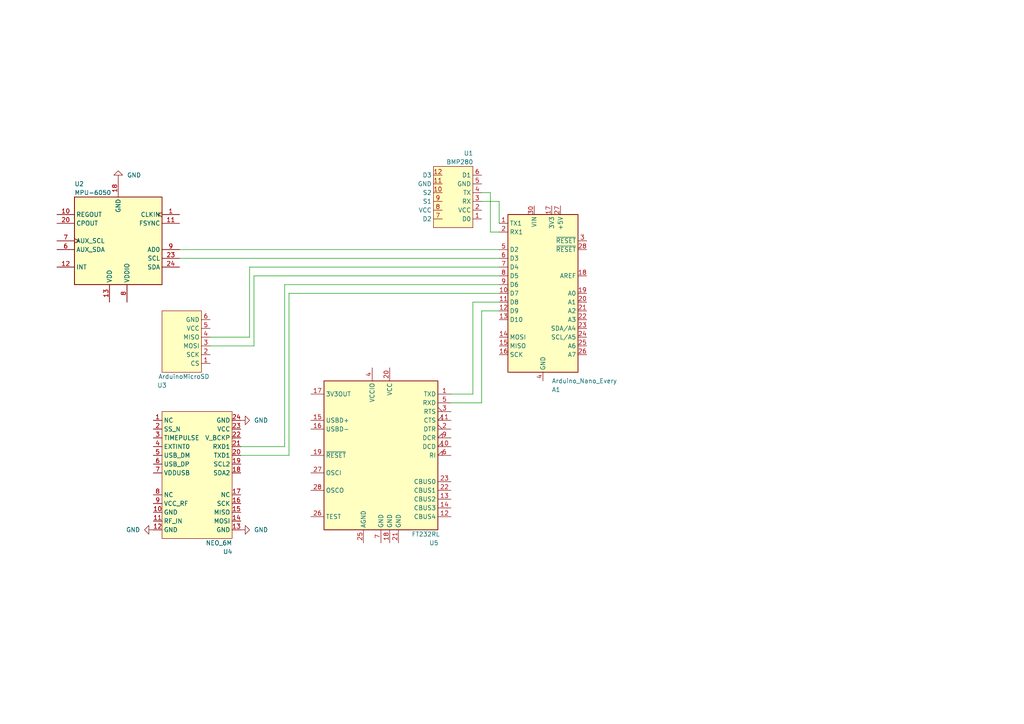
<source format=kicad_sch>
(kicad_sch (version 20211123) (generator eeschema)

  (uuid 3934cdea-42c8-4ab1-b1be-2c4978ab08ae)

  (paper "A4")

  (lib_symbols
    (symbol "Interface_USB:FT232RL" (in_bom yes) (on_board yes)
      (property "Reference" "U" (id 0) (at -16.51 22.86 0)
        (effects (font (size 1.27 1.27)) (justify left))
      )
      (property "Value" "FT232RL" (id 1) (at 10.16 22.86 0)
        (effects (font (size 1.27 1.27)) (justify left))
      )
      (property "Footprint" "Package_SO:SSOP-28_5.3x10.2mm_P0.65mm" (id 2) (at 27.94 -22.86 0)
        (effects (font (size 1.27 1.27)) hide)
      )
      (property "Datasheet" "https://www.ftdichip.com/Support/Documents/DataSheets/ICs/DS_FT232R.pdf" (id 3) (at 0 0 0)
        (effects (font (size 1.27 1.27)) hide)
      )
      (property "ki_keywords" "FTDI USB Serial" (id 4) (at 0 0 0)
        (effects (font (size 1.27 1.27)) hide)
      )
      (property "ki_description" "USB to Serial Interface, SSOP-28" (id 5) (at 0 0 0)
        (effects (font (size 1.27 1.27)) hide)
      )
      (property "ki_fp_filters" "SSOP*5.3x10.2mm*P0.65mm*" (id 6) (at 0 0 0)
        (effects (font (size 1.27 1.27)) hide)
      )
      (symbol "FT232RL_0_1"
        (rectangle (start -16.51 21.59) (end 16.51 -21.59)
          (stroke (width 0.254) (type default) (color 0 0 0 0))
          (fill (type background))
        )
      )
      (symbol "FT232RL_1_1"
        (pin output line (at 20.32 17.78 180) (length 3.81)
          (name "TXD" (effects (font (size 1.27 1.27))))
          (number "1" (effects (font (size 1.27 1.27))))
        )
        (pin input input_low (at 20.32 2.54 180) (length 3.81)
          (name "DCD" (effects (font (size 1.27 1.27))))
          (number "10" (effects (font (size 1.27 1.27))))
        )
        (pin input input_low (at 20.32 10.16 180) (length 3.81)
          (name "CTS" (effects (font (size 1.27 1.27))))
          (number "11" (effects (font (size 1.27 1.27))))
        )
        (pin bidirectional line (at 20.32 -17.78 180) (length 3.81)
          (name "CBUS4" (effects (font (size 1.27 1.27))))
          (number "12" (effects (font (size 1.27 1.27))))
        )
        (pin bidirectional line (at 20.32 -12.7 180) (length 3.81)
          (name "CBUS2" (effects (font (size 1.27 1.27))))
          (number "13" (effects (font (size 1.27 1.27))))
        )
        (pin bidirectional line (at 20.32 -15.24 180) (length 3.81)
          (name "CBUS3" (effects (font (size 1.27 1.27))))
          (number "14" (effects (font (size 1.27 1.27))))
        )
        (pin bidirectional line (at -20.32 10.16 0) (length 3.81)
          (name "USBD+" (effects (font (size 1.27 1.27))))
          (number "15" (effects (font (size 1.27 1.27))))
        )
        (pin bidirectional line (at -20.32 7.62 0) (length 3.81)
          (name "USBD-" (effects (font (size 1.27 1.27))))
          (number "16" (effects (font (size 1.27 1.27))))
        )
        (pin power_out line (at -20.32 17.78 0) (length 3.81)
          (name "3V3OUT" (effects (font (size 1.27 1.27))))
          (number "17" (effects (font (size 1.27 1.27))))
        )
        (pin power_in line (at 2.54 -25.4 90) (length 3.81)
          (name "GND" (effects (font (size 1.27 1.27))))
          (number "18" (effects (font (size 1.27 1.27))))
        )
        (pin input line (at -20.32 0 0) (length 3.81)
          (name "~{RESET}" (effects (font (size 1.27 1.27))))
          (number "19" (effects (font (size 1.27 1.27))))
        )
        (pin output output_low (at 20.32 7.62 180) (length 3.81)
          (name "DTR" (effects (font (size 1.27 1.27))))
          (number "2" (effects (font (size 1.27 1.27))))
        )
        (pin power_in line (at 2.54 25.4 270) (length 3.81)
          (name "VCC" (effects (font (size 1.27 1.27))))
          (number "20" (effects (font (size 1.27 1.27))))
        )
        (pin power_in line (at 5.08 -25.4 90) (length 3.81)
          (name "GND" (effects (font (size 1.27 1.27))))
          (number "21" (effects (font (size 1.27 1.27))))
        )
        (pin bidirectional line (at 20.32 -10.16 180) (length 3.81)
          (name "CBUS1" (effects (font (size 1.27 1.27))))
          (number "22" (effects (font (size 1.27 1.27))))
        )
        (pin bidirectional line (at 20.32 -7.62 180) (length 3.81)
          (name "CBUS0" (effects (font (size 1.27 1.27))))
          (number "23" (effects (font (size 1.27 1.27))))
        )
        (pin power_in line (at -5.08 -25.4 90) (length 3.81)
          (name "AGND" (effects (font (size 1.27 1.27))))
          (number "25" (effects (font (size 1.27 1.27))))
        )
        (pin input line (at -20.32 -17.78 0) (length 3.81)
          (name "TEST" (effects (font (size 1.27 1.27))))
          (number "26" (effects (font (size 1.27 1.27))))
        )
        (pin input line (at -20.32 -5.08 0) (length 3.81)
          (name "OSCI" (effects (font (size 1.27 1.27))))
          (number "27" (effects (font (size 1.27 1.27))))
        )
        (pin output line (at -20.32 -10.16 0) (length 3.81)
          (name "OSCO" (effects (font (size 1.27 1.27))))
          (number "28" (effects (font (size 1.27 1.27))))
        )
        (pin output output_low (at 20.32 12.7 180) (length 3.81)
          (name "RTS" (effects (font (size 1.27 1.27))))
          (number "3" (effects (font (size 1.27 1.27))))
        )
        (pin power_in line (at -2.54 25.4 270) (length 3.81)
          (name "VCCIO" (effects (font (size 1.27 1.27))))
          (number "4" (effects (font (size 1.27 1.27))))
        )
        (pin input line (at 20.32 15.24 180) (length 3.81)
          (name "RXD" (effects (font (size 1.27 1.27))))
          (number "5" (effects (font (size 1.27 1.27))))
        )
        (pin input input_low (at 20.32 0 180) (length 3.81)
          (name "RI" (effects (font (size 1.27 1.27))))
          (number "6" (effects (font (size 1.27 1.27))))
        )
        (pin power_in line (at 0 -25.4 90) (length 3.81)
          (name "GND" (effects (font (size 1.27 1.27))))
          (number "7" (effects (font (size 1.27 1.27))))
        )
        (pin input input_low (at 20.32 5.08 180) (length 3.81)
          (name "DCR" (effects (font (size 1.27 1.27))))
          (number "9" (effects (font (size 1.27 1.27))))
        )
      )
    )
    (symbol "MCU_Module:Arduino_Nano_Every" (in_bom yes) (on_board yes)
      (property "Reference" "A" (id 0) (at -10.16 23.495 0)
        (effects (font (size 1.27 1.27)) (justify left bottom))
      )
      (property "Value" "Arduino_Nano_Every" (id 1) (at 5.08 -24.13 0)
        (effects (font (size 1.27 1.27)) (justify left top))
      )
      (property "Footprint" "Module:Arduino_Nano" (id 2) (at 0 0 0)
        (effects (font (size 1.27 1.27) italic) hide)
      )
      (property "Datasheet" "https://content.arduino.cc/assets/NANOEveryV3.0_sch.pdf" (id 3) (at 0 0 0)
        (effects (font (size 1.27 1.27)) hide)
      )
      (property "ki_keywords" "Arduino nano microcontroller module USB UPDI AATMega4809 AVR" (id 4) (at 0 0 0)
        (effects (font (size 1.27 1.27)) hide)
      )
      (property "ki_description" "Arduino Nano Every" (id 5) (at 0 0 0)
        (effects (font (size 1.27 1.27)) hide)
      )
      (property "ki_fp_filters" "Arduino*Nano*" (id 6) (at 0 0 0)
        (effects (font (size 1.27 1.27)) hide)
      )
      (symbol "Arduino_Nano_Every_0_1"
        (rectangle (start -10.16 22.86) (end 10.16 -22.86)
          (stroke (width 0.254) (type default) (color 0 0 0 0))
          (fill (type background))
        )
      )
      (symbol "Arduino_Nano_Every_1_1"
        (pin bidirectional line (at -12.7 20.32 0) (length 2.54)
          (name "TX1" (effects (font (size 1.27 1.27))))
          (number "1" (effects (font (size 1.27 1.27))))
        )
        (pin bidirectional line (at -12.7 0 0) (length 2.54)
          (name "D7" (effects (font (size 1.27 1.27))))
          (number "10" (effects (font (size 1.27 1.27))))
        )
        (pin bidirectional line (at -12.7 -2.54 0) (length 2.54)
          (name "D8" (effects (font (size 1.27 1.27))))
          (number "11" (effects (font (size 1.27 1.27))))
        )
        (pin bidirectional line (at -12.7 -5.08 0) (length 2.54)
          (name "D9" (effects (font (size 1.27 1.27))))
          (number "12" (effects (font (size 1.27 1.27))))
        )
        (pin bidirectional line (at -12.7 -7.62 0) (length 2.54)
          (name "D10" (effects (font (size 1.27 1.27))))
          (number "13" (effects (font (size 1.27 1.27))))
        )
        (pin bidirectional line (at -12.7 -12.7 0) (length 2.54)
          (name "MOSI" (effects (font (size 1.27 1.27))))
          (number "14" (effects (font (size 1.27 1.27))))
        )
        (pin bidirectional line (at -12.7 -15.24 0) (length 2.54)
          (name "MISO" (effects (font (size 1.27 1.27))))
          (number "15" (effects (font (size 1.27 1.27))))
        )
        (pin bidirectional line (at -12.7 -17.78 0) (length 2.54)
          (name "SCK" (effects (font (size 1.27 1.27))))
          (number "16" (effects (font (size 1.27 1.27))))
        )
        (pin power_out line (at 2.54 25.4 270) (length 2.54)
          (name "3V3" (effects (font (size 1.27 1.27))))
          (number "17" (effects (font (size 1.27 1.27))))
        )
        (pin input line (at 12.7 5.08 180) (length 2.54)
          (name "AREF" (effects (font (size 1.27 1.27))))
          (number "18" (effects (font (size 1.27 1.27))))
        )
        (pin bidirectional line (at 12.7 0 180) (length 2.54)
          (name "A0" (effects (font (size 1.27 1.27))))
          (number "19" (effects (font (size 1.27 1.27))))
        )
        (pin bidirectional line (at -12.7 17.78 0) (length 2.54)
          (name "RX1" (effects (font (size 1.27 1.27))))
          (number "2" (effects (font (size 1.27 1.27))))
        )
        (pin bidirectional line (at 12.7 -2.54 180) (length 2.54)
          (name "A1" (effects (font (size 1.27 1.27))))
          (number "20" (effects (font (size 1.27 1.27))))
        )
        (pin bidirectional line (at 12.7 -5.08 180) (length 2.54)
          (name "A2" (effects (font (size 1.27 1.27))))
          (number "21" (effects (font (size 1.27 1.27))))
        )
        (pin bidirectional line (at 12.7 -7.62 180) (length 2.54)
          (name "A3" (effects (font (size 1.27 1.27))))
          (number "22" (effects (font (size 1.27 1.27))))
        )
        (pin bidirectional line (at 12.7 -10.16 180) (length 2.54)
          (name "SDA/A4" (effects (font (size 1.27 1.27))))
          (number "23" (effects (font (size 1.27 1.27))))
        )
        (pin bidirectional line (at 12.7 -12.7 180) (length 2.54)
          (name "SCL/A5" (effects (font (size 1.27 1.27))))
          (number "24" (effects (font (size 1.27 1.27))))
        )
        (pin bidirectional line (at 12.7 -15.24 180) (length 2.54)
          (name "A6" (effects (font (size 1.27 1.27))))
          (number "25" (effects (font (size 1.27 1.27))))
        )
        (pin bidirectional line (at 12.7 -17.78 180) (length 2.54)
          (name "A7" (effects (font (size 1.27 1.27))))
          (number "26" (effects (font (size 1.27 1.27))))
        )
        (pin power_out line (at 5.08 25.4 270) (length 2.54)
          (name "+5V" (effects (font (size 1.27 1.27))))
          (number "27" (effects (font (size 1.27 1.27))))
        )
        (pin input line (at 12.7 12.7 180) (length 2.54)
          (name "~{RESET}" (effects (font (size 1.27 1.27))))
          (number "28" (effects (font (size 1.27 1.27))))
        )
        (pin passive line (at 0 -25.4 90) (length 2.54) hide
          (name "GND" (effects (font (size 1.27 1.27))))
          (number "29" (effects (font (size 1.27 1.27))))
        )
        (pin input line (at 12.7 15.24 180) (length 2.54)
          (name "~{RESET}" (effects (font (size 1.27 1.27))))
          (number "3" (effects (font (size 1.27 1.27))))
        )
        (pin power_in line (at -2.54 25.4 270) (length 2.54)
          (name "VIN" (effects (font (size 1.27 1.27))))
          (number "30" (effects (font (size 1.27 1.27))))
        )
        (pin power_in line (at 0 -25.4 90) (length 2.54)
          (name "GND" (effects (font (size 1.27 1.27))))
          (number "4" (effects (font (size 1.27 1.27))))
        )
        (pin bidirectional line (at -12.7 12.7 0) (length 2.54)
          (name "D2" (effects (font (size 1.27 1.27))))
          (number "5" (effects (font (size 1.27 1.27))))
        )
        (pin bidirectional line (at -12.7 10.16 0) (length 2.54)
          (name "D3" (effects (font (size 1.27 1.27))))
          (number "6" (effects (font (size 1.27 1.27))))
        )
        (pin bidirectional line (at -12.7 7.62 0) (length 2.54)
          (name "D4" (effects (font (size 1.27 1.27))))
          (number "7" (effects (font (size 1.27 1.27))))
        )
        (pin bidirectional line (at -12.7 5.08 0) (length 2.54)
          (name "D5" (effects (font (size 1.27 1.27))))
          (number "8" (effects (font (size 1.27 1.27))))
        )
        (pin bidirectional line (at -12.7 2.54 0) (length 2.54)
          (name "D6" (effects (font (size 1.27 1.27))))
          (number "9" (effects (font (size 1.27 1.27))))
        )
      )
    )
    (symbol "Rocket_Library:ArduinoMicroSD" (in_bom yes) (on_board yes)
      (property "Reference" "U" (id 0) (at -1.27 17.78 0)
        (effects (font (size 1.27 1.27)))
      )
      (property "Value" "ArduinoMicroSD" (id 1) (at 3.81 -3.81 0)
        (effects (font (size 1.27 1.27)))
      )
      (property "Footprint" "" (id 2) (at -11.43 11.43 0)
        (effects (font (size 1.27 1.27)) hide)
      )
      (property "Datasheet" "" (id 3) (at -11.43 11.43 0)
        (effects (font (size 1.27 1.27)) hide)
      )
      (symbol "ArduinoMicroSD_0_1"
        (rectangle (start -3.81 16.51) (end 7.62 -1.27)
          (stroke (width 0) (type default) (color 0 0 0 0))
          (fill (type background))
        )
      )
      (symbol "ArduinoMicroSD_1_1"
        (pin input line (at -6.35 13.97 0) (length 2.54)
          (name "CS" (effects (font (size 1.27 1.27))))
          (number "1" (effects (font (size 1.27 1.27))))
        )
        (pin input line (at -6.35 11.43 0) (length 2.54)
          (name "SCK" (effects (font (size 1.27 1.27))))
          (number "2" (effects (font (size 1.27 1.27))))
        )
        (pin input line (at -6.35 8.89 0) (length 2.54)
          (name "MOSI" (effects (font (size 1.27 1.27))))
          (number "3" (effects (font (size 1.27 1.27))))
        )
        (pin input line (at -6.35 6.35 0) (length 2.54)
          (name "MISO" (effects (font (size 1.27 1.27))))
          (number "4" (effects (font (size 1.27 1.27))))
        )
        (pin input line (at -6.35 3.81 0) (length 2.54)
          (name "VCC" (effects (font (size 1.27 1.27))))
          (number "5" (effects (font (size 1.27 1.27))))
        )
        (pin input line (at -6.35 1.27 0) (length 2.54)
          (name "GND" (effects (font (size 1.27 1.27))))
          (number "6" (effects (font (size 1.27 1.27))))
        )
      )
    )
    (symbol "Rocket_Library:BMP280" (in_bom yes) (on_board yes)
      (property "Reference" "U" (id 0) (at 0 12.7 0)
        (effects (font (size 1.27 1.27)))
      )
      (property "Value" "BMP280" (id 1) (at 1.27 -7.62 0)
        (effects (font (size 1.27 1.27)))
      )
      (property "Footprint" "" (id 2) (at -10.16 -6.35 0)
        (effects (font (size 1.27 1.27)) hide)
      )
      (property "Datasheet" "" (id 3) (at -10.16 -6.35 0)
        (effects (font (size 1.27 1.27)) hide)
      )
      (symbol "BMP280_0_1"
        (rectangle (start -5.08 11.43) (end 6.35 -6.35)
          (stroke (width 0) (type default) (color 0 0 0 0))
          (fill (type background))
        )
      )
      (symbol "BMP280_1_1"
        (pin input line (at -7.62 8.89 0) (length 2.54)
          (name "D0" (effects (font (size 1.27 1.27))))
          (number "1" (effects (font (size 1.27 1.27))))
        )
        (pin input line (at 3.81 1.27 0) (length 2.54)
          (name "S2" (effects (font (size 1.27 1.27))))
          (number "10" (effects (font (size 1.27 1.27))))
        )
        (pin input line (at 3.81 -1.27 0) (length 2.54)
          (name "GND" (effects (font (size 1.27 1.27))))
          (number "11" (effects (font (size 1.27 1.27))))
        )
        (pin input line (at 3.81 -3.81 0) (length 2.54)
          (name "D3" (effects (font (size 1.27 1.27))))
          (number "12" (effects (font (size 1.27 1.27))))
        )
        (pin input line (at -7.62 6.35 0) (length 2.54)
          (name "VCC" (effects (font (size 1.27 1.27))))
          (number "2" (effects (font (size 1.27 1.27))))
        )
        (pin input line (at -7.62 3.81 0) (length 2.54)
          (name "RX" (effects (font (size 1.27 1.27))))
          (number "3" (effects (font (size 1.27 1.27))))
        )
        (pin input line (at -7.62 1.27 0) (length 2.54)
          (name "TX" (effects (font (size 1.27 1.27))))
          (number "4" (effects (font (size 1.27 1.27))))
        )
        (pin input line (at -7.62 -1.27 0) (length 2.54)
          (name "GND" (effects (font (size 1.27 1.27))))
          (number "5" (effects (font (size 1.27 1.27))))
        )
        (pin input line (at -7.62 -3.81 0) (length 2.54)
          (name "D1" (effects (font (size 1.27 1.27))))
          (number "6" (effects (font (size 1.27 1.27))))
        )
        (pin input line (at 3.81 8.89 0) (length 2.54)
          (name "D2" (effects (font (size 1.27 1.27))))
          (number "7" (effects (font (size 1.27 1.27))))
        )
        (pin input line (at 3.81 6.35 0) (length 2.54)
          (name "VCC" (effects (font (size 1.27 1.27))))
          (number "8" (effects (font (size 1.27 1.27))))
        )
        (pin input line (at 3.81 3.81 0) (length 2.54)
          (name "S1" (effects (font (size 1.27 1.27))))
          (number "9" (effects (font (size 1.27 1.27))))
        )
      )
    )
    (symbol "Rocket_Library:NEO_6M" (in_bom yes) (on_board yes)
      (property "Reference" "U" (id 0) (at -5.08 16.51 0)
        (effects (font (size 1.27 1.27)))
      )
      (property "Value" "NEO_6M" (id 1) (at -3.81 -20.32 0)
        (effects (font (size 1.27 1.27)))
      )
      (property "Footprint" "" (id 2) (at 0 0 0)
        (effects (font (size 1.27 1.27)) hide)
      )
      (property "Datasheet" "" (id 3) (at 0 0 0)
        (effects (font (size 1.27 1.27)) hide)
      )
      (symbol "NEO_6M_0_1"
        (rectangle (start -13.97 15.24) (end 6.35 -21.59)
          (stroke (width 0) (type default) (color 0 0 0 0))
          (fill (type background))
        )
      )
      (symbol "NEO_6M_1_0"
        (pin input line (at -16.51 12.7 0) (length 2.54)
          (name "NC" (effects (font (size 1.27 1.27))))
          (number "1" (effects (font (size 1.27 1.27))))
        )
        (pin input line (at -16.51 -13.97 0) (length 2.54)
          (name "GND" (effects (font (size 1.27 1.27))))
          (number "10" (effects (font (size 1.27 1.27))))
        )
        (pin input line (at -16.51 -16.51 0) (length 2.54)
          (name "RF_IN" (effects (font (size 1.27 1.27))))
          (number "11" (effects (font (size 1.27 1.27))))
        )
        (pin input line (at -16.51 -19.05 0) (length 2.54)
          (name "GND" (effects (font (size 1.27 1.27))))
          (number "12" (effects (font (size 1.27 1.27))))
        )
        (pin input line (at 8.89 -19.05 180) (length 2.54)
          (name "GND" (effects (font (size 1.27 1.27))))
          (number "13" (effects (font (size 1.27 1.27))))
        )
        (pin input line (at 8.89 -16.51 180) (length 2.54)
          (name "MOSI" (effects (font (size 1.27 1.27))))
          (number "14" (effects (font (size 1.27 1.27))))
        )
        (pin input line (at 8.89 -13.97 180) (length 2.54)
          (name "MISO" (effects (font (size 1.27 1.27))))
          (number "15" (effects (font (size 1.27 1.27))))
        )
        (pin input line (at 8.89 -11.43 180) (length 2.54)
          (name "SCK" (effects (font (size 1.27 1.27))))
          (number "16" (effects (font (size 1.27 1.27))))
        )
        (pin input line (at 8.89 -8.89 180) (length 2.54)
          (name "NC" (effects (font (size 1.27 1.27))))
          (number "17" (effects (font (size 1.27 1.27))))
        )
        (pin input line (at 8.89 -2.54 180) (length 2.54)
          (name "SDA2" (effects (font (size 1.27 1.27))))
          (number "18" (effects (font (size 1.27 1.27))))
        )
        (pin input line (at 8.89 0 180) (length 2.54)
          (name "SCL2" (effects (font (size 1.27 1.27))))
          (number "19" (effects (font (size 1.27 1.27))))
        )
        (pin input line (at -16.51 10.16 0) (length 2.54)
          (name "SS_N" (effects (font (size 1.27 1.27))))
          (number "2" (effects (font (size 1.27 1.27))))
        )
        (pin input line (at 8.89 2.54 180) (length 2.54)
          (name "TXD1" (effects (font (size 1.27 1.27))))
          (number "20" (effects (font (size 1.27 1.27))))
        )
        (pin input line (at 8.89 5.08 180) (length 2.54)
          (name "RXD1" (effects (font (size 1.27 1.27))))
          (number "21" (effects (font (size 1.27 1.27))))
        )
        (pin input line (at 8.89 7.62 180) (length 2.54)
          (name "V_BCKP" (effects (font (size 1.27 1.27))))
          (number "22" (effects (font (size 1.27 1.27))))
        )
        (pin input line (at 8.89 10.16 180) (length 2.54)
          (name "VCC" (effects (font (size 1.27 1.27))))
          (number "23" (effects (font (size 1.27 1.27))))
        )
        (pin input line (at 8.89 12.7 180) (length 2.54)
          (name "GND" (effects (font (size 1.27 1.27))))
          (number "24" (effects (font (size 1.27 1.27))))
        )
        (pin input line (at -16.51 7.62 0) (length 2.54)
          (name "TIMEPULSE" (effects (font (size 1.27 1.27))))
          (number "3" (effects (font (size 1.27 1.27))))
        )
        (pin input line (at -16.51 5.08 0) (length 2.54)
          (name "EXTINT0" (effects (font (size 1.27 1.27))))
          (number "4" (effects (font (size 1.27 1.27))))
        )
        (pin input line (at -16.51 2.54 0) (length 2.54)
          (name "USB_DM" (effects (font (size 1.27 1.27))))
          (number "5" (effects (font (size 1.27 1.27))))
        )
        (pin input line (at -16.51 0 0) (length 2.54)
          (name "USB_DP" (effects (font (size 1.27 1.27))))
          (number "6" (effects (font (size 1.27 1.27))))
        )
        (pin input line (at -16.51 -2.54 0) (length 2.54)
          (name "VDDUSB" (effects (font (size 1.27 1.27))))
          (number "7" (effects (font (size 1.27 1.27))))
        )
        (pin input line (at -16.51 -8.89 0) (length 2.54)
          (name "NC" (effects (font (size 1.27 1.27))))
          (number "8" (effects (font (size 1.27 1.27))))
        )
        (pin input line (at -16.51 -11.43 0) (length 2.54)
          (name "VCC_RF" (effects (font (size 1.27 1.27))))
          (number "9" (effects (font (size 1.27 1.27))))
        )
      )
    )
    (symbol "Sensor_Motion:MPU-6050" (in_bom yes) (on_board yes)
      (property "Reference" "U" (id 0) (at -11.43 13.97 0)
        (effects (font (size 1.27 1.27)))
      )
      (property "Value" "MPU-6050" (id 1) (at 7.62 -13.97 0)
        (effects (font (size 1.27 1.27)))
      )
      (property "Footprint" "Sensor_Motion:InvenSense_QFN-24_4x4mm_P0.5mm" (id 2) (at 0 -20.32 0)
        (effects (font (size 1.27 1.27)) hide)
      )
      (property "Datasheet" "https://store.invensense.com/datasheets/invensense/MPU-6050_DataSheet_V3%204.pdf" (id 3) (at 0 -3.81 0)
        (effects (font (size 1.27 1.27)) hide)
      )
      (property "ki_keywords" "mems" (id 4) (at 0 0 0)
        (effects (font (size 1.27 1.27)) hide)
      )
      (property "ki_description" "InvenSense 6-Axis Motion Sensor, Gyroscope, Accelerometer, I2C" (id 5) (at 0 0 0)
        (effects (font (size 1.27 1.27)) hide)
      )
      (property "ki_fp_filters" "*QFN-24*4x4mm*P0.5mm*" (id 6) (at 0 0 0)
        (effects (font (size 1.27 1.27)) hide)
      )
      (symbol "MPU-6050_0_1"
        (rectangle (start -12.7 12.7) (end 12.7 -12.7)
          (stroke (width 0.254) (type default) (color 0 0 0 0))
          (fill (type background))
        )
      )
      (symbol "MPU-6050_1_1"
        (pin input clock (at -17.78 -7.62 0) (length 5.08)
          (name "CLKIN" (effects (font (size 1.27 1.27))))
          (number "1" (effects (font (size 1.27 1.27))))
        )
        (pin passive line (at 17.78 -7.62 180) (length 5.08)
          (name "REGOUT" (effects (font (size 1.27 1.27))))
          (number "10" (effects (font (size 1.27 1.27))))
        )
        (pin input line (at -17.78 -5.08 0) (length 5.08)
          (name "FSYNC" (effects (font (size 1.27 1.27))))
          (number "11" (effects (font (size 1.27 1.27))))
        )
        (pin output line (at 17.78 7.62 180) (length 5.08)
          (name "INT" (effects (font (size 1.27 1.27))))
          (number "12" (effects (font (size 1.27 1.27))))
        )
        (pin power_in line (at 2.54 17.78 270) (length 5.08)
          (name "VDD" (effects (font (size 1.27 1.27))))
          (number "13" (effects (font (size 1.27 1.27))))
        )
        (pin power_in line (at 0 -17.78 90) (length 5.08)
          (name "GND" (effects (font (size 1.27 1.27))))
          (number "18" (effects (font (size 1.27 1.27))))
        )
        (pin passive line (at 17.78 -5.08 180) (length 5.08)
          (name "CPOUT" (effects (font (size 1.27 1.27))))
          (number "20" (effects (font (size 1.27 1.27))))
        )
        (pin input line (at -17.78 5.08 0) (length 5.08)
          (name "SCL" (effects (font (size 1.27 1.27))))
          (number "23" (effects (font (size 1.27 1.27))))
        )
        (pin bidirectional line (at -17.78 7.62 0) (length 5.08)
          (name "SDA" (effects (font (size 1.27 1.27))))
          (number "24" (effects (font (size 1.27 1.27))))
        )
        (pin bidirectional line (at 17.78 2.54 180) (length 5.08)
          (name "AUX_SDA" (effects (font (size 1.27 1.27))))
          (number "6" (effects (font (size 1.27 1.27))))
        )
        (pin output clock (at 17.78 0 180) (length 5.08)
          (name "AUX_SCL" (effects (font (size 1.27 1.27))))
          (number "7" (effects (font (size 1.27 1.27))))
        )
        (pin power_in line (at -2.54 17.78 270) (length 5.08)
          (name "VDDIO" (effects (font (size 1.27 1.27))))
          (number "8" (effects (font (size 1.27 1.27))))
        )
        (pin input line (at -17.78 2.54 0) (length 5.08)
          (name "AD0" (effects (font (size 1.27 1.27))))
          (number "9" (effects (font (size 1.27 1.27))))
        )
      )
    )
    (symbol "power:GND" (power) (pin_names (offset 0)) (in_bom yes) (on_board yes)
      (property "Reference" "#PWR" (id 0) (at 0 -6.35 0)
        (effects (font (size 1.27 1.27)) hide)
      )
      (property "Value" "GND" (id 1) (at 0 -3.81 0)
        (effects (font (size 1.27 1.27)))
      )
      (property "Footprint" "" (id 2) (at 0 0 0)
        (effects (font (size 1.27 1.27)) hide)
      )
      (property "Datasheet" "" (id 3) (at 0 0 0)
        (effects (font (size 1.27 1.27)) hide)
      )
      (property "ki_keywords" "power-flag" (id 4) (at 0 0 0)
        (effects (font (size 1.27 1.27)) hide)
      )
      (property "ki_description" "Power symbol creates a global label with name \"GND\" , ground" (id 5) (at 0 0 0)
        (effects (font (size 1.27 1.27)) hide)
      )
      (symbol "GND_0_1"
        (polyline
          (pts
            (xy 0 0)
            (xy 0 -1.27)
            (xy 1.27 -1.27)
            (xy 0 -2.54)
            (xy -1.27 -1.27)
            (xy 0 -1.27)
          )
          (stroke (width 0) (type default) (color 0 0 0 0))
          (fill (type none))
        )
      )
      (symbol "GND_1_1"
        (pin power_in line (at 0 0 270) (length 0) hide
          (name "GND" (effects (font (size 1.27 1.27))))
          (number "1" (effects (font (size 1.27 1.27))))
        )
      )
    )
  )


  (wire (pts (xy 52.07 74.93) (xy 144.78 74.93))
    (stroke (width 0) (type default) (color 0 0 0 0))
    (uuid 10c617e1-8a15-4602-98f8-81138c2a39a2)
  )
  (wire (pts (xy 69.85 129.54) (xy 82.55 129.54))
    (stroke (width 0) (type default) (color 0 0 0 0))
    (uuid 2798ac83-2910-472f-9a1b-7aea992a6e84)
  )
  (wire (pts (xy 137.16 114.3) (xy 137.16 87.63))
    (stroke (width 0) (type default) (color 0 0 0 0))
    (uuid 27c64e6c-34e2-4309-a9fd-258ec95a64a3)
  )
  (wire (pts (xy 130.81 116.84) (xy 139.7 116.84))
    (stroke (width 0) (type default) (color 0 0 0 0))
    (uuid 2bd703c6-3c85-4573-82fc-ee07631cf767)
  )
  (wire (pts (xy 82.55 129.54) (xy 82.55 82.55))
    (stroke (width 0) (type default) (color 0 0 0 0))
    (uuid 3c4e76fd-5483-4ad1-953f-33ff48a4d896)
  )
  (wire (pts (xy 144.78 58.42) (xy 144.78 64.77))
    (stroke (width 0) (type default) (color 0 0 0 0))
    (uuid 429ad549-8b88-4024-aad9-e581e9b7e4c7)
  )
  (wire (pts (xy 83.82 85.09) (xy 83.82 132.08))
    (stroke (width 0) (type default) (color 0 0 0 0))
    (uuid 463ffb72-c8c3-4f2a-b2a1-cca0c80c7ce6)
  )
  (wire (pts (xy 73.66 80.01) (xy 73.66 100.33))
    (stroke (width 0) (type default) (color 0 0 0 0))
    (uuid 4aa52dfd-2b25-4fb0-9467-de0f438b6348)
  )
  (wire (pts (xy 139.7 90.17) (xy 139.7 116.84))
    (stroke (width 0) (type default) (color 0 0 0 0))
    (uuid 4d6a0c3b-6576-4831-bad1-6497d91afc43)
  )
  (wire (pts (xy 142.24 55.88) (xy 139.7 55.88))
    (stroke (width 0) (type default) (color 0 0 0 0))
    (uuid 5160b79e-ac90-4a32-befc-c61fcdad3f06)
  )
  (wire (pts (xy 72.39 97.79) (xy 60.96 97.79))
    (stroke (width 0) (type default) (color 0 0 0 0))
    (uuid 5c1b9c40-ddd2-4968-b3c8-ee285f30f83e)
  )
  (wire (pts (xy 144.78 85.09) (xy 83.82 85.09))
    (stroke (width 0) (type default) (color 0 0 0 0))
    (uuid 626b6f1d-218f-4dab-9df1-89e0c913822a)
  )
  (wire (pts (xy 83.82 132.08) (xy 69.85 132.08))
    (stroke (width 0) (type default) (color 0 0 0 0))
    (uuid 729584e3-c230-4a89-bf43-40720ce7b803)
  )
  (wire (pts (xy 144.78 67.31) (xy 142.24 67.31))
    (stroke (width 0) (type default) (color 0 0 0 0))
    (uuid a2a69cfd-9c90-4912-8514-6b3b5b3e361e)
  )
  (wire (pts (xy 82.55 82.55) (xy 144.78 82.55))
    (stroke (width 0) (type default) (color 0 0 0 0))
    (uuid aa39ce1c-2d4c-4f2f-82a9-5005ea32ed32)
  )
  (wire (pts (xy 130.81 114.3) (xy 137.16 114.3))
    (stroke (width 0) (type default) (color 0 0 0 0))
    (uuid aa3d8521-cac5-4daf-91a9-616ef5cf24af)
  )
  (wire (pts (xy 144.78 80.01) (xy 73.66 80.01))
    (stroke (width 0) (type default) (color 0 0 0 0))
    (uuid ab011baf-4eaf-4a4c-b140-adad86b1f586)
  )
  (wire (pts (xy 52.07 72.39) (xy 144.78 72.39))
    (stroke (width 0) (type default) (color 0 0 0 0))
    (uuid b7037f07-258d-4e3e-bb0e-c06c7573c60f)
  )
  (wire (pts (xy 72.39 77.47) (xy 72.39 97.79))
    (stroke (width 0) (type default) (color 0 0 0 0))
    (uuid bae0f68a-4796-4004-b3e3-951bc6d694c0)
  )
  (wire (pts (xy 144.78 90.17) (xy 139.7 90.17))
    (stroke (width 0) (type default) (color 0 0 0 0))
    (uuid c0f2385c-f081-4d7d-80fd-1f3c3004dc0a)
  )
  (wire (pts (xy 73.66 100.33) (xy 60.96 100.33))
    (stroke (width 0) (type default) (color 0 0 0 0))
    (uuid c57afb65-baa9-48c7-a0fb-fe0a7321d661)
  )
  (wire (pts (xy 142.24 67.31) (xy 142.24 55.88))
    (stroke (width 0) (type default) (color 0 0 0 0))
    (uuid cead8137-3d24-49f2-b649-62a0861ce100)
  )
  (wire (pts (xy 137.16 87.63) (xy 144.78 87.63))
    (stroke (width 0) (type default) (color 0 0 0 0))
    (uuid ceb3cbe6-9cc7-4fa0-b074-855b9e35ec52)
  )
  (wire (pts (xy 139.7 58.42) (xy 144.78 58.42))
    (stroke (width 0) (type default) (color 0 0 0 0))
    (uuid d0a78411-9b33-4504-9888-f34087ab294b)
  )
  (wire (pts (xy 72.39 77.47) (xy 144.78 77.47))
    (stroke (width 0) (type default) (color 0 0 0 0))
    (uuid d725c0f2-5b5c-4326-95bb-9df7cca4bc63)
  )

  (symbol (lib_id "power:GND") (at 34.29 52.07 180) (unit 1)
    (in_bom yes) (on_board yes) (fields_autoplaced)
    (uuid 0370edea-a95c-4326-a769-48a6f4cbc2f1)
    (property "Reference" "#PWR?" (id 0) (at 34.29 45.72 0)
      (effects (font (size 1.27 1.27)) hide)
    )
    (property "Value" "GND" (id 1) (at 36.83 50.7999 0)
      (effects (font (size 1.27 1.27)) (justify right))
    )
    (property "Footprint" "" (id 2) (at 34.29 52.07 0)
      (effects (font (size 1.27 1.27)) hide)
    )
    (property "Datasheet" "" (id 3) (at 34.29 52.07 0)
      (effects (font (size 1.27 1.27)) hide)
    )
    (pin "1" (uuid ea7f6921-beda-422f-b711-d5a873bc6789))
  )

  (symbol (lib_id "Rocket_Library:NEO_6M") (at 60.96 134.62 0) (unit 1)
    (in_bom yes) (on_board yes)
    (uuid 2a8c6ef1-4d2d-4301-9042-58641d426954)
    (property "Reference" "U4" (id 0) (at 66.04 160.02 0))
    (property "Value" "NEO_6M" (id 1) (at 63.5 157.48 0))
    (property "Footprint" "" (id 2) (at 60.96 134.62 0)
      (effects (font (size 1.27 1.27)) hide)
    )
    (property "Datasheet" "" (id 3) (at 60.96 134.62 0)
      (effects (font (size 1.27 1.27)) hide)
    )
    (pin "1" (uuid 96548746-de43-4d58-b3f3-426342d07f69))
    (pin "10" (uuid d799792b-e5bf-4263-9bda-5438d754a393))
    (pin "11" (uuid 2782987b-6289-4435-b225-7f313c4d9d84))
    (pin "12" (uuid b7b9a9bf-6283-46a9-a9c6-8b15a127af3f))
    (pin "13" (uuid dcf7056f-9bbb-4b8b-aa30-0db5438e5a95))
    (pin "14" (uuid bc1fc47c-62ed-4273-adfc-e65a3860c0da))
    (pin "15" (uuid 306f3341-0d80-4931-b3ec-fc11007de820))
    (pin "16" (uuid 5d794612-6130-4c83-adb7-f42c68da1f6c))
    (pin "17" (uuid 513d7f86-ceba-419e-ae89-6fa45d1a794f))
    (pin "18" (uuid 84c29a83-ec5f-49fa-bfa8-ff20e21ff883))
    (pin "19" (uuid 5b928e9d-2028-4949-a11b-a85b0403c93f))
    (pin "2" (uuid a51c5ee0-0701-4a63-bdf6-c51291fe525f))
    (pin "20" (uuid ee270e03-ac9c-463b-8674-e3b1bd0ff56f))
    (pin "21" (uuid 58d0566b-3e9d-4ceb-aec1-4db3ea10db0b))
    (pin "22" (uuid f96344f1-8937-4d29-85fe-9d9716e1a07d))
    (pin "23" (uuid b09a1b81-3f0f-4a0d-83bf-4f6f703c5c91))
    (pin "24" (uuid 9e6dac2a-04f2-4759-999f-9732ecb506b6))
    (pin "3" (uuid fdf09a34-c916-490f-be3e-d0df702fc838))
    (pin "4" (uuid aeac2a18-6aa9-4971-b401-c68ed926c198))
    (pin "5" (uuid be048e59-199c-451b-9cb0-184def87f172))
    (pin "6" (uuid 3791b4a7-4def-44fc-ad03-11813b811c57))
    (pin "7" (uuid c35407e4-563d-4ebf-bdad-92b0693966e1))
    (pin "8" (uuid 02edacbf-e5fb-4903-af9b-d282903cad2a))
    (pin "9" (uuid 425e85ed-7d41-4aa0-9a32-440f234b7e40))
  )

  (symbol (lib_id "Rocket_Library:BMP280") (at 132.08 54.61 180) (unit 1)
    (in_bom yes) (on_board yes)
    (uuid 9ae2abe8-f4f3-4a65-b5a3-ed95d16eb9ec)
    (property "Reference" "U1" (id 0) (at 135.89 44.45 0))
    (property "Value" "BMP280" (id 1) (at 133.35 46.99 0))
    (property "Footprint" "" (id 2) (at 142.24 48.26 0)
      (effects (font (size 1.27 1.27)) hide)
    )
    (property "Datasheet" "" (id 3) (at 142.24 48.26 0)
      (effects (font (size 1.27 1.27)) hide)
    )
    (pin "1" (uuid ff75890b-71b0-4dac-b353-dff59fcb24d5))
    (pin "10" (uuid bf46ec64-859f-435f-a314-49740addb541))
    (pin "11" (uuid 47522f40-5b8b-403d-905c-654d1bea991a))
    (pin "12" (uuid 530567e7-e061-440a-8fbf-6de100f4565a))
    (pin "2" (uuid d449ec97-fde1-41cb-b51d-3dc619901537))
    (pin "3" (uuid 35f1ca15-8a17-4b5a-9a26-4decf5ec692d))
    (pin "4" (uuid a6943a68-4b84-4b97-bc31-8d22c0a001ae))
    (pin "5" (uuid d4c4298c-3d24-4d0a-aa12-5cffed078166))
    (pin "6" (uuid aaca9eb1-922f-41c6-bf6b-b17806d3db4e))
    (pin "7" (uuid 6714e2e1-9898-4b27-8435-8df9228a6d03))
    (pin "8" (uuid 13adba78-0a3b-45af-a9ea-88ed1cbd9658))
    (pin "9" (uuid 15044a06-5213-4d57-8b45-aa8440e935fb))
  )

  (symbol (lib_id "Sensor_Motion:MPU-6050") (at 34.29 69.85 180) (unit 1)
    (in_bom yes) (on_board yes)
    (uuid 9fa58e42-4d1f-4e7f-a5a2-6fc9857446e3)
    (property "Reference" "U2" (id 0) (at 21.59 53.34 0)
      (effects (font (size 1.27 1.27)) (justify right))
    )
    (property "Value" "MPU-6050" (id 1) (at 21.59 55.88 0)
      (effects (font (size 1.27 1.27)) (justify right))
    )
    (property "Footprint" "Sensor_Motion:InvenSense_QFN-24_4x4mm_P0.5mm" (id 2) (at 34.29 49.53 0)
      (effects (font (size 1.27 1.27)) hide)
    )
    (property "Datasheet" "https://store.invensense.com/datasheets/invensense/MPU-6050_DataSheet_V3%204.pdf" (id 3) (at 34.29 66.04 0)
      (effects (font (size 1.27 1.27)) hide)
    )
    (pin "1" (uuid 0674c5a1-ca4b-4b6b-aa60-3847e1a37d52))
    (pin "10" (uuid 1a85ffd6-ef8b-418f-990e-456d1ffab00e))
    (pin "11" (uuid 1f01b2a1-9ae4-4793-9d17-5ed5c0966b9f))
    (pin "12" (uuid e2df2a45-3811-4210-89e0-9a66f3cb9430))
    (pin "13" (uuid 0aa1e38d-f07a-4820-b628-a171234563bb))
    (pin "18" (uuid e0692317-3143-4681-97c6-8fbe46592f31))
    (pin "20" (uuid 637c5908-9371-4d80-a19b-036e111ef5cd))
    (pin "23" (uuid 59058a09-f800-497d-b8e1-cdf9632c6766))
    (pin "24" (uuid 7c11b885-29b4-4eb2-b782-dde8e3724f0c))
    (pin "6" (uuid 33891c62-a79f-4243-b776-6be292690ac3))
    (pin "7" (uuid 9ed54841-4bec-491f-817d-b7e8b25ca06c))
    (pin "8" (uuid c2e901e5-a4cd-4374-af38-0566255ecbea))
    (pin "9" (uuid 844f01a0-ac23-4a99-910e-4e91c579bb2b))
  )

  (symbol (lib_id "power:GND") (at 69.85 153.67 90) (unit 1)
    (in_bom yes) (on_board yes) (fields_autoplaced)
    (uuid a3c2300e-d422-4e06-aa2a-d97c1f19d7e2)
    (property "Reference" "#PWR?" (id 0) (at 76.2 153.67 0)
      (effects (font (size 1.27 1.27)) hide)
    )
    (property "Value" "GND" (id 1) (at 73.66 153.6699 90)
      (effects (font (size 1.27 1.27)) (justify right))
    )
    (property "Footprint" "" (id 2) (at 69.85 153.67 0)
      (effects (font (size 1.27 1.27)) hide)
    )
    (property "Datasheet" "" (id 3) (at 69.85 153.67 0)
      (effects (font (size 1.27 1.27)) hide)
    )
    (pin "1" (uuid bd0f4567-29bd-4047-96ac-ce549cc209eb))
  )

  (symbol (lib_id "power:GND") (at 69.85 121.92 90) (unit 1)
    (in_bom yes) (on_board yes) (fields_autoplaced)
    (uuid a4b8d86a-be56-491d-bf65-af172c9609af)
    (property "Reference" "#PWR?" (id 0) (at 76.2 121.92 0)
      (effects (font (size 1.27 1.27)) hide)
    )
    (property "Value" "GND" (id 1) (at 73.66 121.9199 90)
      (effects (font (size 1.27 1.27)) (justify right))
    )
    (property "Footprint" "" (id 2) (at 69.85 121.92 0)
      (effects (font (size 1.27 1.27)) hide)
    )
    (property "Datasheet" "" (id 3) (at 69.85 121.92 0)
      (effects (font (size 1.27 1.27)) hide)
    )
    (pin "1" (uuid 0cfed94a-f426-413e-ab77-248052b0f170))
  )

  (symbol (lib_id "Rocket_Library:ArduinoMicroSD") (at 54.61 91.44 180) (unit 1)
    (in_bom yes) (on_board yes)
    (uuid aeaa36f1-58e3-4185-99cc-35d416fea08e)
    (property "Reference" "U3" (id 0) (at 46.99 111.76 0))
    (property "Value" "ArduinoMicroSD" (id 1) (at 53.34 109.22 0))
    (property "Footprint" "" (id 2) (at 66.04 102.87 0)
      (effects (font (size 1.27 1.27)) hide)
    )
    (property "Datasheet" "" (id 3) (at 66.04 102.87 0)
      (effects (font (size 1.27 1.27)) hide)
    )
    (pin "1" (uuid 1690d2ed-5101-45af-99b8-43f09c8327d2))
    (pin "2" (uuid 2dd18991-7838-4d2f-9890-fed7b8a646c8))
    (pin "3" (uuid d2bd9a9e-5aa9-413c-aa2a-5256d69cfbef))
    (pin "4" (uuid 57bea8d8-630c-4f7f-a5ec-1579a314b909))
    (pin "5" (uuid 33e728c2-576d-43c1-b4ab-b23eac1eb59d))
    (pin "6" (uuid 22051853-04b4-4914-b911-7b647baab8d8))
  )

  (symbol (lib_id "Interface_USB:FT232RL") (at 110.49 132.08 0) (unit 1)
    (in_bom yes) (on_board yes)
    (uuid d33b8a84-f68f-451c-a414-6be1f7fa95bb)
    (property "Reference" "U5" (id 0) (at 124.46 157.48 0)
      (effects (font (size 1.27 1.27)) (justify left))
    )
    (property "Value" "FT232RL" (id 1) (at 119.38 154.94 0)
      (effects (font (size 1.27 1.27)) (justify left))
    )
    (property "Footprint" "Package_SO:SSOP-28_5.3x10.2mm_P0.65mm" (id 2) (at 138.43 154.94 0)
      (effects (font (size 1.27 1.27)) hide)
    )
    (property "Datasheet" "https://www.ftdichip.com/Support/Documents/DataSheets/ICs/DS_FT232R.pdf" (id 3) (at 110.49 132.08 0)
      (effects (font (size 1.27 1.27)) hide)
    )
    (pin "1" (uuid a1b442f8-34a7-4254-a24b-f06c9978495c))
    (pin "10" (uuid bcd7f530-a4a5-4a3f-a033-56a3b15b711c))
    (pin "11" (uuid 44dee2c2-8898-48f7-86bc-2e05846ab875))
    (pin "12" (uuid a7a92772-a7e1-4e42-9714-fbc81d5bda65))
    (pin "13" (uuid 89695091-d86a-4571-bdd6-bb8d506baad8))
    (pin "14" (uuid 8817c95b-6f5b-46e3-9963-fd6506a7ea5c))
    (pin "15" (uuid 11afe5ed-9793-450f-8ec1-6851f9e04903))
    (pin "16" (uuid 8903b00b-0076-4c39-9d41-426717bf208f))
    (pin "17" (uuid daac6045-0174-4190-8915-ab186796ef01))
    (pin "18" (uuid c3beed94-f0f8-40ee-b807-d46eb2cf5a26))
    (pin "19" (uuid eb19389f-564d-418d-b4cf-4601908ebcdf))
    (pin "2" (uuid 59e1e31e-2080-4857-9116-195d633c5377))
    (pin "20" (uuid 27933df3-efab-4179-9b3b-6c0fb50004d0))
    (pin "21" (uuid b70f86f8-1e49-4665-a998-741b282bcaf2))
    (pin "22" (uuid 3dd315fc-8553-4d53-a789-c341b213d9c7))
    (pin "23" (uuid 12b879c2-a74c-4617-b4d1-218908cfed1d))
    (pin "25" (uuid ffb33f43-d06b-4130-a304-9a1c84d4dca3))
    (pin "26" (uuid fc7d4dd2-90e8-4d75-a7a3-088000b49984))
    (pin "27" (uuid aa0440ec-beab-484a-8f35-939441e2a56c))
    (pin "28" (uuid f2ccb904-86f2-4e31-b0d7-add03a050bf4))
    (pin "3" (uuid 35d92e6a-2638-4442-ac05-9eff32a93fcc))
    (pin "4" (uuid 68d36982-44d9-46d4-afdf-6e4565ff9b13))
    (pin "5" (uuid b952c35f-2e40-48ed-8561-9623a2ac9f13))
    (pin "6" (uuid a5f7cac4-b88b-414c-a888-ce0033f95e0f))
    (pin "7" (uuid ca4e19d8-2b53-4d0e-9705-27a173ad1be8))
    (pin "9" (uuid ab5672f7-b0ca-45a2-9bf5-79853d73b696))
  )

  (symbol (lib_id "power:GND") (at 44.45 153.67 270) (unit 1)
    (in_bom yes) (on_board yes) (fields_autoplaced)
    (uuid d52aca5e-0984-4c42-b24f-b8b920ad9d3d)
    (property "Reference" "#PWR?" (id 0) (at 38.1 153.67 0)
      (effects (font (size 1.27 1.27)) hide)
    )
    (property "Value" "GND" (id 1) (at 40.64 153.6699 90)
      (effects (font (size 1.27 1.27)) (justify right))
    )
    (property "Footprint" "" (id 2) (at 44.45 153.67 0)
      (effects (font (size 1.27 1.27)) hide)
    )
    (property "Datasheet" "" (id 3) (at 44.45 153.67 0)
      (effects (font (size 1.27 1.27)) hide)
    )
    (pin "1" (uuid 757ed71d-7b96-4182-8a58-05f8908bf8be))
  )

  (symbol (lib_id "MCU_Module:Arduino_Nano_Every") (at 157.48 85.09 0) (unit 1)
    (in_bom yes) (on_board yes)
    (uuid da25bf79-0abb-4fac-a221-ca5c574dfc29)
    (property "Reference" "A1" (id 0) (at 160.02 113.03 0)
      (effects (font (size 1.27 1.27)) (justify left))
    )
    (property "Value" "Arduino_Nano_Every" (id 1) (at 160.02 110.49 0)
      (effects (font (size 1.27 1.27)) (justify left))
    )
    (property "Footprint" "Module:Arduino_Nano" (id 2) (at 157.48 85.09 0)
      (effects (font (size 1.27 1.27) italic) hide)
    )
    (property "Datasheet" "https://content.arduino.cc/assets/NANOEveryV3.0_sch.pdf" (id 3) (at 157.48 85.09 0)
      (effects (font (size 1.27 1.27)) hide)
    )
    (pin "1" (uuid 088f77ba-fca9-42b3-876e-a6937267f957))
    (pin "10" (uuid 71989e06-8659-4605-b2da-4f729cc41263))
    (pin "11" (uuid 9a0b74a5-4879-4b51-8e8e-6d85a0107422))
    (pin "12" (uuid eae14f5f-515c-4a6f-ad0e-e8ef233d14bf))
    (pin "13" (uuid 6e435cd4-da2b-4602-a0aa-5dd988834dff))
    (pin "14" (uuid 6f675e5f-8fe6-4148-baf1-da97afc770f8))
    (pin "15" (uuid d69a5fdf-de15-4ec9-94f6-f9ee2f4b69fa))
    (pin "16" (uuid 917920ab-0c6e-4927-974d-ef342cdd4f63))
    (pin "17" (uuid 8fc062a7-114d-48eb-a8f8-71128838f380))
    (pin "18" (uuid 4f411f68-04bd-4175-a406-bcaa4cf6601e))
    (pin "19" (uuid 1fa508ef-df83-4c99-846b-9acf535b3ad9))
    (pin "2" (uuid 155b0b7c-70b4-4a26-a550-bac13cab0aa4))
    (pin "20" (uuid 399fc36a-ed5d-44b5-82f7-c6f83d9acc14))
    (pin "21" (uuid fbe8ebfc-2a8e-4eb8-85c5-38ddeaa5dd00))
    (pin "22" (uuid 00e38d63-5436-49db-81f5-697421f168fc))
    (pin "23" (uuid 70e4263f-d95a-4431-b3f3-cfc800c82056))
    (pin "24" (uuid 38a501e2-0ee8-439d-bd02-e9e90e7503e9))
    (pin "25" (uuid c0c2eb8e-f6d1-4506-8e6b-4f995ad74c1f))
    (pin "26" (uuid f9c81c26-f253-4227-a69f-53e64841cfbe))
    (pin "27" (uuid 61fe4c73-be59-4519-98f1-a634322a841d))
    (pin "28" (uuid e5864fe6-2a71-47f0-90ce-38c3f8901580))
    (pin "29" (uuid 699feae1-8cdd-4d2b-947f-f24849c73cdb))
    (pin "3" (uuid d88958ac-68cd-4955-a63f-0eaa329dec86))
    (pin "30" (uuid b6cd701f-4223-4e72-a305-466869ccb250))
    (pin "4" (uuid af347946-e3da-4427-87ab-77b747929f50))
    (pin "5" (uuid e7e08b48-3d04-49da-8349-6de530a20c67))
    (pin "6" (uuid 9bac9ad3-a7b9-47f0-87c7-d8630653df68))
    (pin "7" (uuid 2891767f-251c-48c4-91c0-deb1b368f45c))
    (pin "8" (uuid fd3499d5-6fd2-49a4-bdb0-109cee899fde))
    (pin "9" (uuid 71f92193-19b0-44ed-bc7f-77535083d769))
  )

  (sheet_instances
    (path "/" (page "1"))
  )

  (symbol_instances
    (path "/0370edea-a95c-4326-a769-48a6f4cbc2f1"
      (reference "#PWR?") (unit 1) (value "GND") (footprint "")
    )
    (path "/a3c2300e-d422-4e06-aa2a-d97c1f19d7e2"
      (reference "#PWR?") (unit 1) (value "GND") (footprint "")
    )
    (path "/a4b8d86a-be56-491d-bf65-af172c9609af"
      (reference "#PWR?") (unit 1) (value "GND") (footprint "")
    )
    (path "/d52aca5e-0984-4c42-b24f-b8b920ad9d3d"
      (reference "#PWR?") (unit 1) (value "GND") (footprint "")
    )
    (path "/da25bf79-0abb-4fac-a221-ca5c574dfc29"
      (reference "A1") (unit 1) (value "Arduino_Nano_Every") (footprint "Module:Arduino_Nano")
    )
    (path "/9ae2abe8-f4f3-4a65-b5a3-ed95d16eb9ec"
      (reference "U1") (unit 1) (value "BMP280") (footprint "")
    )
    (path "/9fa58e42-4d1f-4e7f-a5a2-6fc9857446e3"
      (reference "U2") (unit 1) (value "MPU-6050") (footprint "Sensor_Motion:InvenSense_QFN-24_4x4mm_P0.5mm")
    )
    (path "/aeaa36f1-58e3-4185-99cc-35d416fea08e"
      (reference "U3") (unit 1) (value "ArduinoMicroSD") (footprint "")
    )
    (path "/2a8c6ef1-4d2d-4301-9042-58641d426954"
      (reference "U4") (unit 1) (value "NEO_6M") (footprint "")
    )
    (path "/d33b8a84-f68f-451c-a414-6be1f7fa95bb"
      (reference "U5") (unit 1) (value "FT232RL") (footprint "Package_SO:SSOP-28_5.3x10.2mm_P0.65mm")
    )
  )
)

</source>
